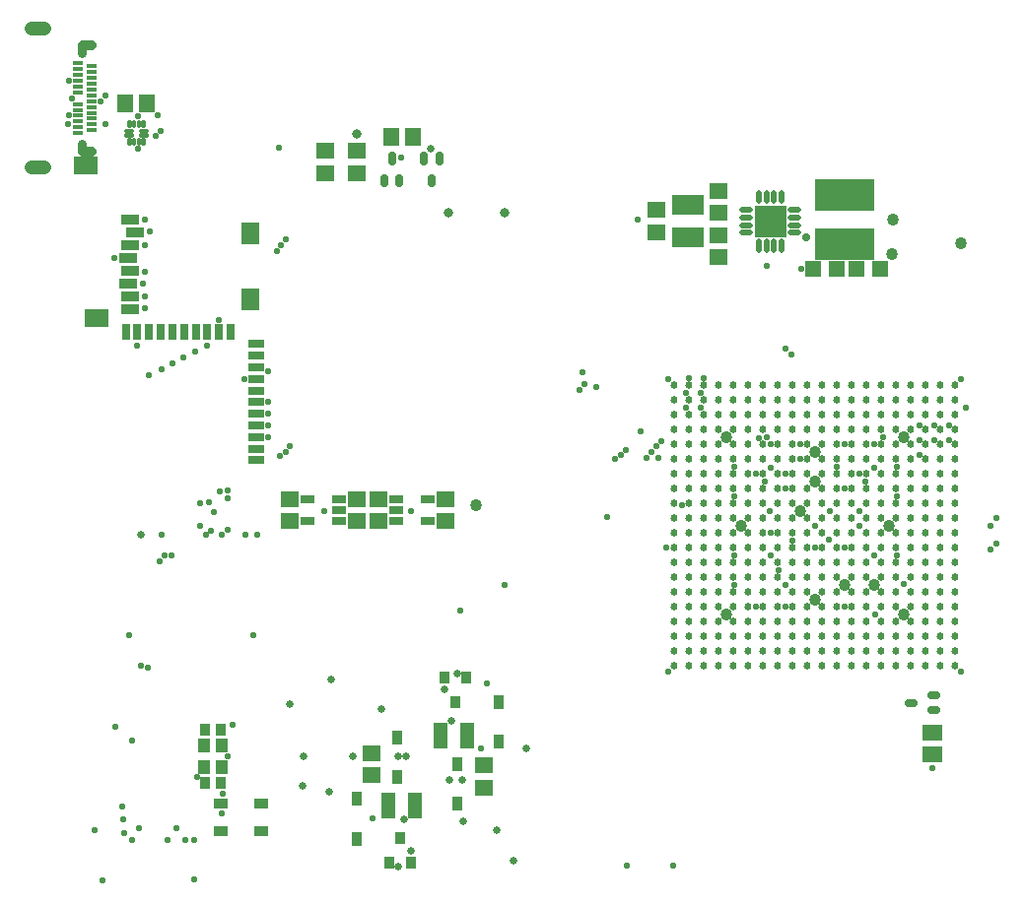
<source format=gbr>
G04 EAGLE Gerber RS-274X export*
G75*
%MOMM*%
%FSLAX34Y34*%
%LPD*%
%INSoldermask Bottom*%
%IPPOS*%
%AMOC8*
5,1,8,0,0,1.08239X$1,22.5*%
G01*
%ADD10R,1.527000X1.927000*%
%ADD11R,2.027000X1.527000*%
%ADD12R,1.627000X0.927000*%
%ADD13R,0.927000X0.427000*%
%ADD14C,1.227000*%
%ADD15C,0.881000*%
%ADD16C,0.731000*%
%ADD17C,0.627000*%
%ADD18R,0.762000X1.397000*%
%ADD19R,1.397000X0.762000*%
%ADD20R,1.037000X1.187000*%
%ADD21R,0.827000X1.027000*%
%ADD22R,1.277000X0.927000*%
%ADD23R,2.827000X2.827000*%
%ADD24C,0.477000*%
%ADD25C,0.781000*%
%ADD26R,5.127000X2.667000*%
%ADD27R,1.627000X1.427000*%
%ADD28R,1.327000X1.427000*%
%ADD29R,2.827000X1.727000*%
%ADD30C,0.677000*%
%ADD31R,1.727000X1.427000*%
%ADD32R,1.177000X0.727000*%
%ADD33C,0.225628*%
%ADD34R,1.427000X1.627000*%
%ADD35R,1.143000X2.327000*%
%ADD36R,0.927000X1.277000*%
%ADD37R,0.927000X1.027000*%
%ADD38C,0.579400*%
%ADD39C,1.027000*%
%ADD40C,0.652000*%
%ADD41C,0.660400*%
%ADD42C,0.802000*%
%ADD43C,0.727000*%


D10*
X209750Y576250D03*
X209750Y519250D03*
D11*
X78250Y503250D03*
X68250Y634750D03*
D12*
X106750Y588150D03*
X110750Y577150D03*
X106750Y566150D03*
X104750Y555150D03*
X106750Y544150D03*
X104750Y533150D03*
X106750Y522150D03*
X106750Y511150D03*
D13*
X73800Y665000D03*
X73800Y670000D03*
X73800Y675000D03*
X73800Y680000D03*
X73800Y685000D03*
X73800Y690000D03*
X73800Y695000D03*
X73800Y700000D03*
X73800Y705000D03*
X73800Y710000D03*
X73800Y715000D03*
X73800Y720000D03*
X61800Y722500D03*
X61800Y717500D03*
X61800Y712500D03*
X61800Y707500D03*
X61800Y702500D03*
X61800Y697500D03*
X61800Y687500D03*
X61800Y682500D03*
X61800Y677500D03*
X61800Y672500D03*
X61800Y667500D03*
X61800Y662500D03*
D14*
X33000Y632800D02*
X22000Y632800D01*
X22000Y752200D02*
X33000Y752200D01*
D15*
X65930Y647000D02*
X73470Y647000D01*
D16*
X65450Y647570D02*
X65450Y653610D01*
D15*
X65930Y738000D02*
X73470Y738000D01*
D16*
X65450Y737430D02*
X65450Y731390D01*
D17*
X688594Y318516D03*
X688594Y331216D03*
X701294Y331216D03*
X701294Y318516D03*
X701294Y305816D03*
X701294Y343916D03*
X701294Y293116D03*
X701294Y356616D03*
X701294Y280416D03*
X701294Y369316D03*
X701294Y267716D03*
X701294Y382016D03*
X701294Y255016D03*
X701294Y394716D03*
X701294Y242316D03*
X701294Y407416D03*
X701294Y229616D03*
X701294Y420116D03*
X701294Y216916D03*
X701294Y432816D03*
X701294Y204216D03*
X701294Y445516D03*
X688594Y445516D03*
X688594Y432816D03*
X688594Y420116D03*
X688594Y407416D03*
X688594Y394716D03*
X688594Y382016D03*
X688594Y369316D03*
X688594Y356616D03*
X688594Y343916D03*
X688594Y305816D03*
X688594Y293116D03*
X688594Y280416D03*
X688594Y267716D03*
X688594Y255016D03*
X688594Y242316D03*
X688594Y229616D03*
X688594Y216916D03*
X688594Y204216D03*
X713994Y318516D03*
X675894Y318516D03*
X726694Y318516D03*
X663194Y318516D03*
X739394Y318516D03*
X650494Y318516D03*
X752094Y318516D03*
X637794Y318516D03*
X764794Y318516D03*
X625094Y318516D03*
X777494Y318516D03*
X612394Y318516D03*
X599694Y318516D03*
X790194Y318516D03*
X586994Y318516D03*
X802894Y318516D03*
X815594Y318516D03*
X574294Y318516D03*
X815594Y331216D03*
X802894Y331216D03*
X790194Y331216D03*
X777494Y331216D03*
X764794Y331216D03*
X752094Y331216D03*
X739394Y331216D03*
X726694Y331216D03*
X713994Y331216D03*
X675894Y331216D03*
X663194Y331216D03*
X650494Y331216D03*
X637794Y331216D03*
X625094Y331216D03*
X612394Y331216D03*
X599694Y331216D03*
X586994Y331216D03*
X574294Y331216D03*
X574294Y343916D03*
X586994Y343916D03*
X599694Y343916D03*
X612394Y343916D03*
X625094Y343916D03*
X637794Y343916D03*
X650494Y343916D03*
X663194Y343916D03*
X675894Y343916D03*
X713994Y343916D03*
X726694Y343916D03*
X739394Y343916D03*
X752094Y343916D03*
X764794Y343916D03*
X777494Y343916D03*
X790194Y343916D03*
X802894Y343916D03*
X815594Y343916D03*
X815594Y305816D03*
X802894Y305816D03*
X790194Y305816D03*
X777494Y305816D03*
X764794Y305816D03*
X752094Y305816D03*
X739394Y305816D03*
X726694Y305816D03*
X713994Y305816D03*
X675894Y305816D03*
X663194Y305816D03*
X650494Y305816D03*
X637794Y305816D03*
X625094Y305816D03*
X612394Y305816D03*
X599694Y305816D03*
X586994Y305816D03*
X574294Y305816D03*
X574294Y293116D03*
X586994Y293116D03*
X599694Y293116D03*
X612394Y293116D03*
X625094Y293116D03*
X637794Y293116D03*
X650494Y293116D03*
X663194Y293116D03*
X675894Y293116D03*
X713994Y293116D03*
X726694Y293116D03*
X739394Y293116D03*
X752094Y293116D03*
X764794Y293116D03*
X777494Y293116D03*
X790194Y293116D03*
X802894Y293116D03*
X815594Y293116D03*
X815594Y356616D03*
X802894Y356616D03*
X790194Y356616D03*
X777494Y356616D03*
X764794Y356616D03*
X752094Y356616D03*
X739394Y356616D03*
X726694Y356616D03*
X713994Y356616D03*
X675894Y356616D03*
X663194Y356616D03*
X650494Y356616D03*
X637794Y356616D03*
X625094Y356616D03*
X612394Y356616D03*
X599694Y356616D03*
X586994Y356616D03*
X574294Y356616D03*
X574294Y369316D03*
X586994Y369316D03*
X599694Y369316D03*
X612394Y369316D03*
X625094Y369316D03*
X637794Y369316D03*
X650494Y369316D03*
X663194Y369316D03*
X675894Y369316D03*
X713994Y369316D03*
X726694Y369316D03*
X739394Y369316D03*
X752094Y369316D03*
X764794Y369316D03*
X777494Y369316D03*
X790194Y369316D03*
X802894Y369316D03*
X815594Y369316D03*
X815594Y382016D03*
X802894Y382016D03*
X790194Y382016D03*
X777494Y382016D03*
X764794Y382016D03*
X752094Y382016D03*
X739394Y382016D03*
X726694Y382016D03*
X713994Y382016D03*
X675894Y382016D03*
X663194Y382016D03*
X650494Y382016D03*
X637794Y382016D03*
X625094Y382016D03*
X612394Y382016D03*
X599694Y382016D03*
X586994Y382016D03*
X574294Y382016D03*
X574294Y394716D03*
X586994Y394716D03*
X599694Y394716D03*
X612394Y394716D03*
X625094Y394716D03*
X637794Y394716D03*
X650494Y394716D03*
X663194Y394716D03*
X675894Y394716D03*
X713994Y394716D03*
X726694Y394716D03*
X739394Y394716D03*
X752094Y394716D03*
X764794Y394716D03*
X777494Y394716D03*
X790194Y394716D03*
X802894Y394716D03*
X815594Y394716D03*
X815594Y407416D03*
X802894Y407416D03*
X790194Y407416D03*
X777494Y407416D03*
X764794Y407416D03*
X752094Y407416D03*
X739394Y407416D03*
X726694Y407416D03*
X713994Y407416D03*
X675894Y407416D03*
X663194Y407416D03*
X650494Y407416D03*
X637794Y407416D03*
X625094Y407416D03*
X612394Y407416D03*
X599694Y407416D03*
X586994Y407416D03*
X574294Y407416D03*
X574294Y420116D03*
X586994Y420116D03*
X599694Y420116D03*
X612394Y420116D03*
X625094Y420116D03*
X637794Y420116D03*
X650494Y420116D03*
X663194Y420116D03*
X675894Y420116D03*
X713994Y420116D03*
X726694Y420116D03*
X739394Y420116D03*
X752094Y420116D03*
X764794Y420116D03*
X777494Y420116D03*
X790194Y420116D03*
X802894Y420116D03*
X815594Y420116D03*
X815594Y432816D03*
X802894Y432816D03*
X790194Y432816D03*
X777494Y432816D03*
X764794Y432816D03*
X752094Y432816D03*
X739394Y432816D03*
X726694Y432816D03*
X713994Y432816D03*
X713994Y445516D03*
X726694Y445516D03*
X739394Y445516D03*
X752094Y445516D03*
X764794Y445516D03*
X777494Y445516D03*
X790194Y445516D03*
X802894Y445516D03*
X815594Y445516D03*
X675894Y432816D03*
X663194Y432816D03*
X650494Y432816D03*
X637794Y432816D03*
X625094Y432816D03*
X612394Y432816D03*
X599694Y432816D03*
X586994Y432816D03*
X574294Y432816D03*
X574294Y445516D03*
X586994Y445516D03*
X599694Y445516D03*
X612394Y445516D03*
X625094Y445516D03*
X637794Y445516D03*
X650494Y445516D03*
X663194Y445516D03*
X675894Y445516D03*
X713994Y280416D03*
X713994Y267716D03*
X713994Y255016D03*
X713994Y242316D03*
X713994Y229616D03*
X713994Y216916D03*
X713994Y204216D03*
X675894Y204216D03*
X675894Y216916D03*
X675894Y229616D03*
X675894Y242316D03*
X675894Y255016D03*
X675894Y267716D03*
X675894Y280416D03*
X663194Y204216D03*
X663194Y216916D03*
X663194Y229616D03*
X663194Y242316D03*
X663194Y255016D03*
X663194Y267716D03*
X663194Y280416D03*
X650494Y204216D03*
X650494Y216916D03*
X650494Y229616D03*
X650494Y242316D03*
X650494Y255016D03*
X650494Y267716D03*
X650494Y280416D03*
X637794Y204216D03*
X637794Y216916D03*
X637794Y229616D03*
X637794Y242316D03*
X637794Y255016D03*
X637794Y267716D03*
X637794Y280416D03*
X625094Y204216D03*
X625094Y216916D03*
X625094Y229616D03*
X625094Y242316D03*
X625094Y255016D03*
X625094Y267716D03*
X625094Y280416D03*
X612394Y280416D03*
X612394Y267716D03*
X612394Y255016D03*
X612394Y242316D03*
X612394Y229616D03*
X612394Y216916D03*
X612394Y204216D03*
X599694Y204216D03*
X599694Y216916D03*
X599694Y229616D03*
X599694Y242316D03*
X599694Y255016D03*
X599694Y267716D03*
X599694Y280416D03*
X586994Y280416D03*
X574294Y280416D03*
X574294Y267716D03*
X586994Y267716D03*
X586994Y255016D03*
X574294Y255016D03*
X574294Y242316D03*
X586994Y242316D03*
X586994Y229616D03*
X574294Y229616D03*
X574294Y216916D03*
X586994Y216916D03*
X586994Y204216D03*
X574294Y204216D03*
X726694Y204216D03*
X726694Y216916D03*
X726694Y229616D03*
X726694Y242316D03*
X726694Y255016D03*
X726694Y267716D03*
X726694Y280416D03*
X739394Y280416D03*
X739394Y267716D03*
X739394Y255016D03*
X739394Y242316D03*
X739394Y229616D03*
X739394Y216916D03*
X739394Y204216D03*
X752094Y204216D03*
X752094Y216916D03*
X752094Y229616D03*
X752094Y242316D03*
X752094Y255016D03*
X752094Y267716D03*
X752094Y280416D03*
X764794Y280416D03*
X764794Y267716D03*
X764794Y255016D03*
X764794Y242316D03*
X764794Y229616D03*
X764794Y216916D03*
X764794Y204216D03*
X777494Y204216D03*
X777494Y216916D03*
X777494Y229616D03*
X777494Y242316D03*
X777494Y255016D03*
X777494Y267716D03*
X777494Y280416D03*
X790194Y280416D03*
X790194Y267716D03*
X790194Y255016D03*
X790194Y242316D03*
X790194Y229616D03*
X790194Y216916D03*
X790194Y204216D03*
X802894Y204216D03*
X802894Y216916D03*
X802894Y229616D03*
X802894Y242316D03*
X802894Y255016D03*
X802894Y267716D03*
X802894Y280416D03*
X815594Y280416D03*
X815594Y267716D03*
X815594Y255016D03*
X815594Y242316D03*
X815594Y229616D03*
X815594Y216916D03*
X815594Y204216D03*
D18*
X193000Y491250D03*
X183000Y491250D03*
X173000Y491250D03*
X163000Y491250D03*
X153000Y491250D03*
X143000Y491250D03*
X133000Y491250D03*
X123000Y491250D03*
X113000Y491250D03*
X103000Y491250D03*
D19*
X215000Y481250D03*
X215000Y471250D03*
X215000Y461250D03*
X215000Y451250D03*
X215000Y441250D03*
X215000Y431250D03*
X215000Y421250D03*
X215000Y411250D03*
X215000Y401250D03*
X215000Y391250D03*
X215000Y381250D03*
D20*
X170300Y117750D03*
X170300Y136250D03*
X185300Y136250D03*
X185300Y117750D03*
D21*
X171300Y104140D03*
X184300Y104140D03*
X184300Y149860D03*
X171300Y149860D03*
D22*
X184930Y86360D03*
X218930Y86360D03*
D23*
X656590Y586740D03*
D24*
X646840Y604240D02*
X646840Y611240D01*
X653340Y611240D02*
X653340Y604240D01*
X659840Y604240D02*
X659840Y611240D01*
X666340Y611240D02*
X666340Y604240D01*
X674090Y596490D02*
X681090Y596490D01*
X681090Y589990D02*
X674090Y589990D01*
X674090Y583490D02*
X681090Y583490D01*
X681090Y576990D02*
X674090Y576990D01*
X666340Y569240D02*
X666340Y562240D01*
X659840Y562240D02*
X659840Y569240D01*
X653340Y569240D02*
X653340Y562240D01*
X646840Y562240D02*
X646840Y569240D01*
X639090Y576990D02*
X632090Y576990D01*
X632090Y583490D02*
X639090Y583490D01*
X639090Y589990D02*
X632090Y589990D01*
X632090Y596490D02*
X639090Y596490D01*
D25*
X656590Y586740D03*
X647590Y595740D03*
X647590Y577740D03*
X665590Y577740D03*
X665590Y595740D03*
D26*
X720090Y567050D03*
X720090Y608970D03*
D27*
X558800Y596240D03*
X558800Y577240D03*
X612140Y593750D03*
X612140Y612750D03*
X612140Y555650D03*
X612140Y574650D03*
D28*
X693420Y546100D03*
X713740Y546100D03*
X730250Y546100D03*
X750570Y546100D03*
D29*
X585470Y600740D03*
X585470Y572740D03*
D22*
X184930Y62230D03*
X218930Y62230D03*
D30*
X794650Y179220D02*
X799150Y179220D01*
X799150Y166220D02*
X794650Y166220D01*
X780150Y172720D02*
X775650Y172720D01*
D31*
X795655Y128295D03*
X795655Y147295D03*
D30*
X359260Y638440D02*
X359260Y642940D01*
X372260Y642940D02*
X372260Y638440D01*
X365760Y623940D02*
X365760Y619440D01*
D32*
X361950Y328930D03*
X361950Y347930D03*
X334950Y328930D03*
X334950Y338430D03*
X334950Y347930D03*
X259080Y347980D03*
X259080Y328980D03*
X286080Y347980D03*
X286080Y338480D03*
X286080Y328980D03*
D27*
X320040Y347955D03*
X320040Y328955D03*
X377190Y347955D03*
X377190Y328955D03*
X300990Y328955D03*
X300990Y347955D03*
X243840Y328955D03*
X243840Y347955D03*
D33*
X108267Y660433D02*
X102253Y660433D01*
X102253Y661447D01*
X108267Y661447D01*
X108267Y660433D01*
X108267Y664433D02*
X102253Y664433D01*
X102253Y665447D01*
X108267Y665447D01*
X108267Y664433D01*
X105253Y668433D02*
X105253Y672447D01*
X106267Y672447D01*
X106267Y668433D01*
X105253Y668433D01*
X105253Y670576D02*
X106267Y670576D01*
X109253Y672447D02*
X109253Y668433D01*
X109253Y672447D02*
X110267Y672447D01*
X110267Y668433D01*
X109253Y668433D01*
X109253Y670576D02*
X110267Y670576D01*
X113253Y672447D02*
X113253Y668433D01*
X113253Y672447D02*
X114267Y672447D01*
X114267Y668433D01*
X113253Y668433D01*
X113253Y670576D02*
X114267Y670576D01*
X117253Y672447D02*
X117253Y668433D01*
X117253Y672447D02*
X118267Y672447D01*
X118267Y668433D01*
X117253Y668433D01*
X117253Y670576D02*
X118267Y670576D01*
X121267Y664433D02*
X115253Y664433D01*
X115253Y665447D01*
X121267Y665447D01*
X121267Y664433D01*
X121267Y660433D02*
X115253Y660433D01*
X115253Y661447D01*
X121267Y661447D01*
X121267Y660433D01*
X117253Y657447D02*
X117253Y653433D01*
X117253Y657447D02*
X118267Y657447D01*
X118267Y653433D01*
X117253Y653433D01*
X117253Y655576D02*
X118267Y655576D01*
X113253Y657447D02*
X113253Y653433D01*
X113253Y657447D02*
X114267Y657447D01*
X114267Y653433D01*
X113253Y653433D01*
X113253Y655576D02*
X114267Y655576D01*
X109253Y657447D02*
X109253Y653433D01*
X109253Y657447D02*
X110267Y657447D01*
X110267Y653433D01*
X109253Y653433D01*
X109253Y655576D02*
X110267Y655576D01*
X105253Y657447D02*
X105253Y653433D01*
X105253Y657447D02*
X106267Y657447D01*
X106267Y653433D01*
X105253Y653433D01*
X105253Y655576D02*
X106267Y655576D01*
D27*
X274320Y628040D03*
X274320Y647040D03*
D30*
X337970Y623940D02*
X337970Y619440D01*
X324970Y619440D02*
X324970Y623940D01*
X331470Y638440D02*
X331470Y642940D01*
D27*
X300990Y628040D03*
X300990Y647040D03*
D34*
X330860Y659130D03*
X349860Y659130D03*
X102260Y688340D03*
X121260Y688340D03*
D35*
X396080Y144780D03*
X373540Y144780D03*
D36*
X422910Y139210D03*
X422910Y173210D03*
D37*
X376580Y194150D03*
X395580Y194150D03*
X386080Y173150D03*
D36*
X388112Y86378D03*
X388112Y120378D03*
D27*
X410718Y99720D03*
X410718Y118720D03*
D35*
X328455Y84455D03*
X350995Y84455D03*
D36*
X301625Y56025D03*
X301625Y90025D03*
D37*
X347955Y35085D03*
X328955Y35085D03*
X338455Y56085D03*
D36*
X336423Y142857D03*
X336423Y108857D03*
D27*
X313817Y129515D03*
X313817Y110515D03*
D38*
X568960Y450850D03*
X820420Y450850D03*
X820420Y199390D03*
D39*
X618490Y248920D03*
X618490Y401320D03*
X770890Y401320D03*
X770890Y248920D03*
D38*
X568960Y199390D03*
X117475Y533400D03*
X567436Y305816D03*
X625348Y375412D03*
X625348Y350012D03*
D39*
X631444Y325120D03*
D38*
X625348Y299212D03*
X625348Y273812D03*
X656844Y394716D03*
X682244Y394716D03*
X745744Y394716D03*
X720344Y394716D03*
D39*
X694944Y388620D03*
D38*
X771652Y274828D03*
X765048Y299212D03*
X765048Y375412D03*
X765048Y350012D03*
D39*
X758444Y325120D03*
D38*
X720090Y306070D03*
X706628Y312928D03*
X694690Y306070D03*
X675640Y312420D03*
X656590Y318770D03*
X643890Y369570D03*
X656590Y374650D03*
X669290Y369570D03*
X681990Y382270D03*
X713740Y375920D03*
X732790Y369570D03*
X745490Y374650D03*
X746760Y248412D03*
X720090Y255270D03*
X669290Y255270D03*
X643890Y255270D03*
D39*
X694944Y261620D03*
D38*
X212090Y231140D03*
X105410Y231140D03*
X93980Y152400D03*
X186436Y94488D03*
X76200Y63500D03*
X138430Y54610D03*
X194310Y153670D03*
X225425Y457835D03*
X215900Y317500D03*
X205740Y317500D03*
X533400Y33020D03*
X427990Y273685D03*
X185420Y316992D03*
X824230Y426720D03*
D39*
X762000Y588010D03*
D38*
X273050Y337820D03*
X347980Y337820D03*
X516255Y332105D03*
D40*
X364490Y648970D03*
D38*
X113665Y648970D03*
D41*
X116205Y317500D03*
D38*
X113665Y676910D03*
D40*
X387350Y197485D03*
X393065Y71120D03*
X436245Y36830D03*
X337185Y31750D03*
X322580Y167005D03*
X279400Y192405D03*
D38*
X683260Y546100D03*
X56896Y692404D03*
X81534Y689737D03*
X528320Y386080D03*
X240030Y388620D03*
X236220Y566420D03*
X532765Y389890D03*
X243840Y393065D03*
X240030Y570865D03*
X85090Y694690D03*
X119380Y543560D03*
X596900Y439420D03*
X119380Y566420D03*
X584200Y439420D03*
X119380Y521970D03*
X599440Y452120D03*
X119380Y511810D03*
X596900Y426720D03*
X119380Y588010D03*
X584200Y426720D03*
X123190Y577850D03*
X586740Y452120D03*
D39*
X682244Y337820D03*
D38*
X707644Y337820D03*
X694944Y324612D03*
X656336Y337820D03*
X745744Y299212D03*
X669544Y273812D03*
X663448Y287020D03*
X656844Y299212D03*
X753110Y401320D03*
X733044Y337820D03*
X733044Y324612D03*
X53975Y707390D03*
X53975Y677545D03*
X523240Y382270D03*
X234950Y384810D03*
X232410Y561340D03*
X130175Y678180D03*
X53340Y669925D03*
X85090Y669925D03*
X669544Y356616D03*
X720344Y356616D03*
X738505Y362585D03*
X651510Y362585D03*
D39*
X694944Y363220D03*
D38*
X122428Y454660D03*
X544830Y406400D03*
X142748Y464820D03*
X554736Y388112D03*
X152400Y469900D03*
X558800Y393192D03*
X172720Y480060D03*
X560070Y383413D03*
X133858Y459740D03*
X549910Y383540D03*
X162560Y474980D03*
X562610Y398018D03*
X225552Y400812D03*
X492760Y441960D03*
X225552Y421132D03*
X507238Y443992D03*
X225552Y410972D03*
X497205Y447040D03*
X225552Y431292D03*
X495300Y457200D03*
X128778Y660146D03*
X674370Y472440D03*
X653415Y400685D03*
X845820Y325120D03*
X845820Y304800D03*
X132969Y664591D03*
X669290Y476885D03*
X647065Y400050D03*
X850900Y331470D03*
X850900Y309880D03*
X112776Y480060D03*
X580390Y342900D03*
X797560Y411480D03*
X183515Y354330D03*
X174625Y345440D03*
X784860Y411480D03*
X190373Y348488D03*
X190373Y321183D03*
X810260Y411480D03*
X167005Y325120D03*
X167005Y344170D03*
X784860Y398780D03*
X797560Y398780D03*
X190500Y354965D03*
X171450Y316865D03*
X810260Y398780D03*
X178943Y337058D03*
X175768Y320802D03*
X784860Y386080D03*
X108712Y54356D03*
X121920Y203200D03*
X100457Y72644D03*
X116205Y204470D03*
X99695Y83820D03*
X163830Y109220D03*
X190500Y127000D03*
X108585Y140335D03*
X101600Y60325D03*
X146050Y64770D03*
X185420Y77470D03*
X114300Y64770D03*
X82550Y20320D03*
D40*
X277495Y95885D03*
X243840Y171450D03*
D38*
X132481Y294406D03*
X135996Y299720D03*
X142240Y299720D03*
D39*
X820420Y567690D03*
X720344Y274320D03*
D38*
X133350Y317500D03*
X204470Y450850D03*
X572770Y33020D03*
X389890Y252095D03*
X182880Y501650D03*
X92710Y554990D03*
X412750Y189230D03*
X407670Y133350D03*
X314960Y73660D03*
X339090Y641350D03*
X653340Y548540D03*
X161925Y54610D03*
X161925Y20955D03*
X795655Y116205D03*
X542290Y588010D03*
D42*
X427990Y594360D03*
X379730Y594360D03*
D38*
X153670Y54610D03*
D43*
X687070Y572770D03*
D39*
X760730Y558800D03*
X745490Y274320D03*
X403860Y342900D03*
D42*
X300990Y661670D03*
D38*
X234454Y649744D03*
D40*
X421640Y63500D03*
X297815Y126365D03*
X376555Y184150D03*
X382905Y156845D03*
X447040Y133350D03*
X381000Y106045D03*
X391795Y106045D03*
X347980Y45085D03*
X341630Y72390D03*
X255905Y126365D03*
X343535Y127000D03*
X336550Y127000D03*
X254635Y100965D03*
M02*

</source>
